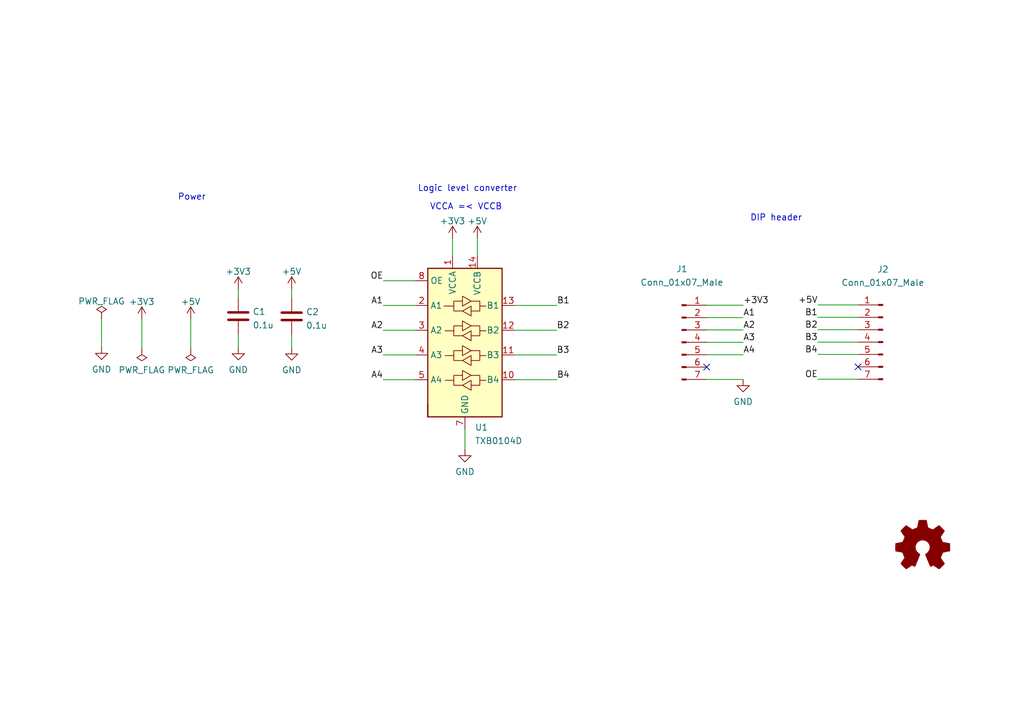
<source format=kicad_sch>
(kicad_sch (version 20211123) (generator eeschema)
  (paper "A5")
  (title_block (title "TXB0104-breakout") (date "2022-01-22") (rev "1.0") (company "sinustrom.info") (comment 1 "https://github.com/zpuskas/TXB0104-breakout") (comment 2 "Breadboard breakout") (comment 3 "Bidirectional Voltage-level Translator With Automatic Direction Sensing"))
  (lib_symbols
    (symbol "Connector:Conn_01x07_Male" (pin_names (offset 1.016) hide)
      (property "Reference" "J" (at 0 10.16 0))
      (property "Value" "Conn_01x07_Male" (at 0 -10.16 0))
      (symbol "Conn_01x07_Male_1_1"
        (polyline (pts (xy 1.27 -7.62) (xy 0.8636 -7.62)) (stroke (width 0.1524)))
        (polyline (pts (xy 1.27 -5.08) (xy 0.8636 -5.08)) (stroke (width 0.1524)))
        (polyline (pts (xy 1.27 -2.54) (xy 0.8636 -2.54)) (stroke (width 0.1524)))
        (polyline (pts (xy 1.27 0) (xy 0.8636 0)) (stroke (width 0.1524)))
        (polyline (pts (xy 1.27 2.54) (xy 0.8636 2.54)) (stroke (width 0.1524)))
        (polyline (pts (xy 1.27 5.08) (xy 0.8636 5.08)) (stroke (width 0.1524)))
        (polyline (pts (xy 1.27 7.62) (xy 0.8636 7.62)) (stroke (width 0.1524)))
        (rectangle (start 0.8636 -7.493) (end 0 -7.747) (stroke (width 0.1524)) (fill (type outline)))
        (rectangle (start 0.8636 -4.953) (end 0 -5.207) (stroke (width 0.1524)) (fill (type outline)))
        (rectangle (start 0.8636 -2.413) (end 0 -2.667) (stroke (width 0.1524)) (fill (type outline)))
        (rectangle (start 0.8636 0.127) (end 0 -0.127) (stroke (width 0.1524)) (fill (type outline)))
        (rectangle (start 0.8636 2.667) (end 0 2.413) (stroke (width 0.1524)) (fill (type outline)))
        (rectangle (start 0.8636 5.207) (end 0 4.953) (stroke (width 0.1524)) (fill (type outline)))
        (rectangle (start 0.8636 7.747) (end 0 7.493) (stroke (width 0.1524)) (fill (type outline)))
        (pin passive line (at 5.08 7.62 180) (length 3.81) (name "Pin_1") (number "1"))
        (pin passive line (at 5.08 5.08 180) (length 3.81) (name "Pin_2") (number "2"))
        (pin passive line (at 5.08 2.54 180) (length 3.81) (name "Pin_3") (number "3"))
        (pin passive line (at 5.08 0 180) (length 3.81) (name "Pin_4") (number "4"))
        (pin passive line (at 5.08 -2.54 180) (length 3.81) (name "Pin_5") (number "5"))
        (pin passive line (at 5.08 -5.08 180) (length 3.81) (name "Pin_6") (number "6"))
        (pin passive line (at 5.08 -7.62 180) (length 3.81) (name "Pin_7") (number "7"))
      )
    )
    (symbol "Device:C" (pin_numbers hide) (pin_names (offset 0.254))
      (property "Reference" "C" (at 0.635 2.54 0))
      (property "Value" "C" (at 0.635 -2.54 0))
      (symbol "C_0_1"
        (polyline (pts (xy -2.032 -0.762) (xy 2.032 -0.762)) (stroke (width 0.508)))
        (polyline (pts (xy -2.032 0.762) (xy 2.032 0.762)) (stroke (width 0.508)))
      )
      (symbol "C_1_1"
        (pin passive line (at 0 3.81 270) (length 2.794) (name "~") (number "1"))
        (pin passive line (at 0 -3.81 90) (length 2.794) (name "~") (number "2"))
      )
    )
    (symbol "Graphic:Logo_Open_Hardware_Small" (pin_names (offset 1.016))
      (symbol "Logo_Open_Hardware_Small_0_1"
        (polyline (pts (xy 3.3528 -4.3434) (xy 3.302 -4.318) (xy 3.175 -4.2418) (xy 2.9972 -4.1148) (xy 2.7686 -3.9624) (xy 2.54 -3.81) (xy 2.3622 -3.7084) (xy 2.2352 -3.6068) (xy 2.1844 -3.5814) (xy 2.159 -3.6068) (xy 2.0574 -3.6576) (xy 1.905 -3.7338) (xy 1.8034 -3.7846) (xy 1.6764 -3.8354) (xy 1.6002 -3.8354) (xy 1.6002 -3.8354) (xy 1.5494 -3.7338) (xy 1.4732 -3.5306) (xy 1.3462 -3.302) (xy 1.2446 -3.0226) (xy 1.1176 -2.7178) (xy 0.9652 -2.413) (xy 0.8636 -2.1082) (xy 0.7366 -1.8288) (xy 0.6604 -1.6256) (xy 0.6096 -1.4732) (xy 0.5842 -1.397) (xy 0.5842 -1.397) (xy 0.6604 -1.3208) (xy 0.7874 -1.2446) (xy 1.0414 -1.016) (xy 1.2954 -0.6858) (xy 1.4478 -0.3302) (xy 1.524 0.0762) (xy 1.4732 0.4572) (xy 1.3208 0.8128) (xy 1.0668 1.143) (xy 0.762 1.3716) (xy 0.4064 1.524) (xy 0 1.5748) (xy -0.381 1.5494) (xy -0.7366 1.397) (xy -1.0668 1.143) (xy -1.2192 0.9906) (xy -1.397 0.6604) (xy -1.524 0.3048) (xy -1.524 0.2286) (xy -1.4986 -0.1778) (xy -1.397 -0.5334) (xy -1.1938 -0.8636) (xy -0.9144 -1.143) (xy -0.8636 -1.1684) (xy -0.7366 -1.27) (xy -0.635 -1.3462) (xy -0.5842 -1.397) (xy -1.0668 -2.5908) (xy -1.143 -2.794) (xy -1.2954 -3.1242) (xy -1.397 -3.4036) (xy -1.4986 -3.6322) (xy -1.5748 -3.7846) (xy -1.6002 -3.8354) (xy -1.6002 -3.8354) (xy -1.651 -3.8354) (xy -1.7272 -3.81) (xy -1.905 -3.7338) (xy -2.0066 -3.683) (xy -2.1336 -3.6068) (xy -2.2098 -3.5814) (xy -2.2606 -3.6068) (xy -2.3622 -3.683) (xy -2.54 -3.81) (xy -2.7686 -3.9624) (xy -2.9718 -4.0894) (xy -3.1496 -4.2164) (xy -3.302 -4.318) (xy -3.3528 -4.3434) (xy -3.3782 -4.3434) (xy -3.429 -4.318) (xy -3.5306 -4.2164) (xy -3.7084 -4.064) (xy -3.937 -3.8354) (xy -3.9624 -3.81) (xy -4.1656 -3.6068) (xy -4.318 -3.4544) (xy -4.4196 -3.3274) (xy -4.445 -3.2766) (xy -4.445 -3.2766) (xy -4.4196 -3.2258) (xy -4.318 -3.0734) (xy -4.2164 -2.8956) (xy -4.064 -2.667) (xy -3.6576 -2.0828) (xy -3.8862 -1.5494) (xy -3.937 -1.3716) (xy -4.0386 -1.1684) (xy -4.0894 -1.0414) (xy -4.1148 -0.9652) (xy -4.191 -0.9398) (xy -4.318 -0.9144) (xy -4.5466 -0.8636) (xy -4.8006 -0.8128) (xy -5.0546 -0.7874) (xy -5.2578 -0.7366) (xy -5.4356 -0.7112) (xy -5.5118 -0.6858) (xy -5.5118 -0.6858) (xy -5.5372 -0.635) (xy -5.5372 -0.5588) (xy -5.5372 -0.4318) (xy -5.5626 -0.2286) (xy -5.5626 0.0762) (xy -5.5626 0.127) (xy -5.5372 0.4064) (xy -5.5372 0.635) (xy -5.5372 0.762) (xy -5.5372 0.8382) (xy -5.5372 0.8382) (xy -5.461 0.8382) (xy -5.3086 0.889) (xy -5.08 0.9144) (xy -4.826 0.9652) (xy -4.8006 0.9906) (xy -4.5466 1.0414) (xy -4.318 1.0668) (xy -4.1656 1.1176) (xy -4.0894 1.143) (xy -4.0894 1.143) (xy -4.0386 1.2446) (xy -3.9624 1.4224) (xy -3.8608 1.6256) (xy -3.7846 1.8288) (xy -3.7084 2.0066) (xy -3.6576 2.159) (xy -3.6322 2.2098) (xy -3.6322 2.2098) (xy -3.683 2.286) (xy -3.7592 2.413) (xy -3.8862 2.5908) (xy -4.064 2.8194) (xy -4.064 2.8448) (xy -4.2164 3.0734) (xy -4.3434 3.2512) (xy -4.4196 3.3782) (xy -4.445 3.4544) (xy -4.445 3.4544) (xy -4.3942 3.5052) (xy -4.2926 3.6322) (xy -4.1148 3.81) (xy -3.937 4.0132) (xy -3.8608 4.064) (xy -3.6576 4.2926) (xy -3.5052 4.4196) (xy -3.4036 4.4958) (xy -3.3528 4.5212) (xy -3.3528 4.5212) (xy -3.302 4.4704) (xy -3.1496 4.3688) (xy -2.9718 4.2418) (xy -2.7432 4.0894) (xy -2.7178 4.0894) (xy -2.4892 3.937) (xy -2.3114 3.81) (xy -2.1844 3.7084) (xy -2.1336 3.683) (xy -2.1082 3.683) (xy -2.032 3.7084) (xy -1.8542 3.7592) (xy -1.6764 3.8354) (xy -1.4732 3.937) (xy -1.27 4.0132) (xy -1.143 4.064) (xy -1.0668 4.1148) (xy -1.0668 4.1148) (xy -1.0414 4.191) (xy -1.016 4.3434) (xy -0.9652 4.572) (xy -0.9144 4.8514) (xy -0.889 4.9022) (xy -0.8382 5.1562) (xy -0.8128 5.3848) (xy -0.7874 5.5372) (xy -0.762 5.588) (xy -0.7112 5.6134) (xy -0.5842 5.6134) (xy -0.4064 5.6134) (xy -0.1524 5.6134) (xy 0.0762 5.6134) (xy 0.3302 5.6134) (xy 0.5334 5.6134) (xy 0.6858 5.588) (xy 0.7366 5.588) (xy 0.7366 5.588) (xy 0.762 5.5118) (xy 0.8128 5.334) (xy 0.8382 5.1054) (xy 0.9144 4.826) (xy 0.9144 4.7752) (xy 0.9652 4.5212) (xy 1.016 4.2926) (xy 1.0414 4.1402) (xy 1.0668 4.0894) (xy 1.0668 4.0894) (xy 1.1938 4.0386) (xy 1.3716 3.9624) (xy 1.5748 3.8608) (xy 2.0828 3.6576) (xy 2.7178 4.0894) (xy 2.7686 4.1402) (xy 2.9972 4.2926) (xy 3.175 4.4196) (xy 3.302 4.4958) (xy 3.3782 4.5212) (xy 3.3782 4.5212) (xy 3.429 4.4704) (xy 3.556 4.3434) (xy 3.7338 4.191) (xy 3.9116 3.9878) (xy 4.064 3.8354) (xy 4.2418 3.6576) (xy 4.3434 3.556) (xy 4.4196 3.4798) (xy 4.4196 3.429) (xy 4.4196 3.4036) (xy 4.3942 3.3274) (xy 4.2926 3.2004) (xy 4.1656 2.9972) (xy 4.0132 2.794) (xy 3.8862 2.5908) (xy 3.7592 2.3876) (xy 3.6576 2.2352) (xy 3.6322 2.159) (xy 3.6322 2.1336) (xy 3.683 2.0066) (xy 3.7592 1.8288) (xy 3.8608 1.6002) (xy 4.064 1.1176) (xy 4.3942 1.0414) (xy 4.5974 1.016) (xy 4.8768 0.9652) (xy 5.1308 0.9144) (xy 5.5372 0.8382) (xy 5.5626 -0.6604) (xy 5.4864 -0.6858) (xy 5.4356 -0.6858) (xy 5.2832 -0.7366) (xy 5.0546 -0.762) (xy 4.8006 -0.8128) (xy 4.5974 -0.8636) (xy 4.3688 -0.9144) (xy 4.2164 -0.9398) (xy 4.1402 -0.9398) (xy 4.1148 -0.9652) (xy 4.064 -1.0668) (xy 3.9878 -1.2446) (xy 3.9116 -1.4478) (xy 3.81 -1.651) (xy 3.7338 -1.8542) (xy 3.683 -2.0066) (xy 3.6576 -2.0828) (xy 3.683 -2.1336) (xy 3.7846 -2.2606) (xy 3.8862 -2.4638) (xy 4.0386 -2.667) (xy 4.191 -2.8956) (xy 4.318 -3.0734) (xy 4.3942 -3.2004) (xy 4.445 -3.2766) (xy 4.4196 -3.3274) (xy 4.3434 -3.429) (xy 4.1656 -3.5814) (xy 3.937 -3.8354) (xy 3.8862 -3.8608) (xy 3.683 -4.064) (xy 3.5306 -4.2164) (xy 3.4036 -4.318) (xy 3.3528 -4.3434)) (fill (type outline)))
      )
    )
    (symbol "Logic_LevelTranslator:TXB0104D"
      (property "Reference" "U" (at -6.35 16.51 0))
      (property "Value" "TXB0104D" (at 3.81 16.51 0))
      (symbol "TXB0104D_0_1"
        (rectangle (start -7.62 -15.24) (end -7.62 -12.7) (stroke (width 0.254)))
        (rectangle (start -7.62 15.24) (end 7.62 -15.24) (stroke (width 0.254)) (fill (type background)))
        (polyline (pts (xy -2.286 -7.747) (xy -2.286 -6.731) (xy -0.508 -6.731)))
        (polyline (pts (xy -2.286 -2.667) (xy -2.286 -1.651) (xy -0.508 -1.651)))
        (polyline (pts (xy -2.286 2.413) (xy -2.286 3.429) (xy -0.508 3.429)))
        (polyline (pts (xy -2.286 7.493) (xy -2.286 8.509) (xy -0.508 8.509)))
        (polyline (pts (xy 3.048 -7.747) (xy 3.048 -8.763) (xy 1.27 -8.763)))
        (polyline (pts (xy 3.048 -2.667) (xy 3.048 -3.683) (xy 1.27 -3.683)))
        (polyline (pts (xy 3.048 2.413) (xy 3.048 1.397) (xy 1.27 1.397)))
        (polyline (pts (xy 3.048 7.493) (xy 3.048 6.477) (xy 1.27 6.477)))
        (polyline (pts (xy -0.508 -8.763) (xy -2.286 -8.763) (xy -2.286 -7.747) (xy -4.064 -7.747)))
        (polyline (pts (xy -0.508 -8.763) (xy 1.27 -7.747) (xy 1.27 -9.779) (xy -0.508 -8.763)))
        (polyline (pts (xy -0.508 -3.683) (xy -2.286 -3.683) (xy -2.286 -2.667) (xy -4.064 -2.667)))
        (polyline (pts (xy -0.508 -3.683) (xy 1.27 -2.667) (xy 1.27 -4.699) (xy -0.508 -3.683)))
        (polyline (pts (xy -0.508 1.397) (xy -2.286 1.397) (xy -2.286 2.413) (xy -4.064 2.413)))
        (polyline (pts (xy -0.508 1.397) (xy 1.27 2.413) (xy 1.27 0.381) (xy -0.508 1.397)))
        (polyline (pts (xy -0.508 6.477) (xy -2.286 6.477) (xy -2.286 7.493) (xy -4.318 7.493)))
        (polyline (pts (xy -0.508 6.477) (xy 1.27 7.493) (xy 1.27 5.461) (xy -0.508 6.477)))
        (polyline (pts (xy 1.27 -6.731) (xy -0.508 -7.747) (xy -0.508 -5.715) (xy 1.27 -6.731)))
        (polyline (pts (xy 1.27 -6.731) (xy 3.048 -6.731) (xy 3.048 -7.747) (xy 4.318 -7.747)))
        (polyline (pts (xy 1.27 -1.651) (xy -0.508 -2.667) (xy -0.508 -0.635) (xy 1.27 -1.651)))
        (polyline (pts (xy 1.27 -1.651) (xy 3.048 -1.651) (xy 3.048 -2.667) (xy 4.318 -2.667)))
        (polyline (pts (xy 1.27 3.429) (xy -0.508 2.413) (xy -0.508 4.445) (xy 1.27 3.429)))
        (polyline (pts (xy 1.27 3.429) (xy 3.048 3.429) (xy 3.048 2.413) (xy 4.318 2.413)))
        (polyline (pts (xy 1.27 8.509) (xy -0.508 7.493) (xy -0.508 9.525) (xy 1.27 8.509)))
        (polyline (pts (xy 1.27 8.509) (xy 3.048 8.509) (xy 3.048 7.493) (xy 4.318 7.493)))
      )
      (symbol "TXB0104D_1_1"
        (pin power_in line (at -2.54 17.78 270) (length 2.54) (name "VCCA") (number "1"))
        (pin bidirectional line (at 10.16 -7.62 180) (length 2.54) (name "B4") (number "10"))
        (pin bidirectional line (at 10.16 -2.54 180) (length 2.54) (name "B3") (number "11"))
        (pin bidirectional line (at 10.16 2.54 180) (length 2.54) (name "B2") (number "12"))
        (pin bidirectional line (at 10.16 7.62 180) (length 2.54) (name "B1") (number "13"))
        (pin power_in line (at 2.54 17.78 270) (length 2.54) (name "VCCB") (number "14"))
        (pin bidirectional line (at -10.16 7.62 0) (length 2.54) (name "A1") (number "2"))
        (pin bidirectional line (at -10.16 2.54 0) (length 2.54) (name "A2") (number "3"))
        (pin bidirectional line (at -10.16 -2.54 0) (length 2.54) (name "A3") (number "4"))
        (pin bidirectional line (at -10.16 -7.62 0) (length 2.54) (name "A4") (number "5"))
        (pin no_connect line (at -10.16 -12.7 0) (length 2.54) hide (name "NC") (number "6"))
        (pin power_in line (at 0 -17.78 90) (length 2.54) (name "GND") (number "7"))
        (pin input line (at -10.16 12.7 0) (length 2.54) (name "OE") (number "8"))
        (pin no_connect line (at 10.16 -12.7 180) (length 2.54) hide (name "NC") (number "9"))
      )
    )
    (symbol "power:+3V3" (power) (pin_names (offset 0))
      (property "Value" "+3V3" (at 0 3.556 0))
      (symbol "+3V3_0_1"
        (polyline (pts (xy -0.762 1.27) (xy 0 2.54)))
        (polyline (pts (xy 0 0) (xy 0 2.54)))
        (polyline (pts (xy 0 2.54) (xy 0.762 1.27)))
      )
      (symbol "+3V3_1_1"
        (pin power_in line (at 0 0 90) (length 0) hide (name "+3V3") (number "1"))
      )
    )
    (symbol "power:+5V" (power) (pin_names (offset 0))
      (property "Value" "+5V" (at 0 3.556 0))
      (symbol "+5V_0_1"
        (polyline (pts (xy -0.762 1.27) (xy 0 2.54)))
        (polyline (pts (xy 0 0) (xy 0 2.54)))
        (polyline (pts (xy 0 2.54) (xy 0.762 1.27)))
      )
      (symbol "+5V_1_1"
        (pin power_in line (at 0 0 90) (length 0) hide (name "+5V") (number "1"))
      )
    )
    (symbol "power:GND" (power) (pin_names (offset 0))
      (property "Value" "GND" (at 0 -3.81 0))
      (symbol "GND_0_1"
        (polyline (pts (xy 0 0) (xy 0 -1.27) (xy 1.27 -1.27) (xy 0 -2.54) (xy -1.27 -1.27) (xy 0 -1.27)))
      )
      (symbol "GND_1_1"
        (pin power_in line (at 0 0 270) (length 0) hide (name "GND") (number "1"))
      )
    )
    (symbol "power:PWR_FLAG" (power) (pin_numbers hide) (pin_names (offset 0) hide)
      (property "Value" "PWR_FLAG" (at 0 3.81 0))
      (symbol "PWR_FLAG_0_0"
        (pin power_out line (at 0 0 90) (length 0) (name "pwr") (number "1"))
      )
      (symbol "PWR_FLAG_0_1"
        (polyline (pts (xy 0 0) (xy 0 1.27) (xy -1.016 1.905) (xy 0 2.54) (xy 1.016 1.905) (xy 0 1.27)))
      )
    )
  )
  (no_connect (at 175.9712 75.2856))
  (no_connect (at 144.9324 75.3364))
  (wire (pts (xy 144.9324 77.8764) (xy 152.4 77.8764)))
  (wire (pts (xy 105.5116 72.8472) (xy 114.1476 72.8472)))
  (wire (pts (xy 92.8116 48.9712) (xy 92.8116 52.5272)))
  (wire (pts (xy 59.817 71.374) (xy 59.817 68.7324)))
  (wire (pts (xy 105.5116 67.7672) (xy 114.1476 67.7672)))
  (wire (pts (xy 97.8916 48.9712) (xy 97.8916 52.5272)))
  (wire (pts (xy 167.7416 77.8256) (xy 175.9712 77.8256)))
  (wire (pts (xy 144.9324 62.6364) (xy 152.4 62.6364)))
  (wire (pts (xy 167.7416 67.6656) (xy 175.9712 67.6656)))
  (wire (pts (xy 144.9324 72.7964) (xy 152.4 72.7964)))
  (wire (pts (xy 48.8696 71.3232) (xy 48.8696 68.6816)))
  (wire (pts (xy 95.3516 92.2528) (xy 95.3516 88.0872)))
  (wire (pts (xy 78.5876 72.8472) (xy 85.1916 72.8472)))
  (wire (pts (xy 144.9324 65.1764) (xy 152.4 65.1764)))
  (wire (pts (xy 39.116 65.532) (xy 39.116 71.501)))
  (wire (pts (xy 167.7416 70.2056) (xy 175.9712 70.2056)))
  (wire (pts (xy 167.7416 72.7456) (xy 175.9712 72.7456)))
  (wire (pts (xy 20.828 65.405) (xy 20.828 71.247)))
  (wire (pts (xy 78.5876 77.9272) (xy 85.1916 77.9272)))
  (wire (pts (xy 167.7416 62.5856) (xy 175.9712 62.5856)))
  (wire (pts (xy 105.5116 62.6872) (xy 114.1984 62.6872)))
  (wire (pts (xy 29.083 65.532) (xy 29.083 71.501)))
  (wire (pts (xy 59.817 59.3344) (xy 59.817 61.1124)))
  (wire (pts (xy 78.5876 62.6872) (xy 85.1916 62.6872)))
  (wire (pts (xy 78.5876 67.7672) (xy 85.1916 67.7672)))
  (wire (pts (xy 48.8696 59.3344) (xy 48.8696 61.0616)))
  (wire (pts (xy 78.6384 57.6072) (xy 85.1916 57.6072)))
  (wire (pts (xy 144.9324 67.7164) (xy 152.4 67.7164)))
  (wire (pts (xy 167.7416 65.1256) (xy 175.9712 65.1256)))
  (wire (pts (xy 152.4 70.2564) (xy 144.9324 70.2564)))
  (wire (pts (xy 105.5116 77.9272) (xy 114.1984 77.9272)))
  (text "VCCA =< VCCB" (at 103.0224 43.2816 180) (effects (font (size 1.27 1.27)) (justify right bottom)))
  (text "Power" (at 42.2656 41.3004 180) (effects (font (size 1.27 1.27)) (justify right bottom)))
  (text "DIP header" (at 153.8224 45.5676 0) (effects (font (size 1.27 1.27)) (justify left bottom)))
  (text "Logic level converter" (at 85.6488 39.5224 0) (effects (font (size 1.27 1.27)) (justify left bottom)))
  (label "B3" (at 114.1476 72.8472 0))
  (label "B2" (at 114.1476 67.7672 0))
  (label "B3" (at 167.7416 70.2056 180))
  (label "OE" (at 167.7416 77.8256 180))
  (label "A1" (at 152.4 65.1764 0))
  (label "B1" (at 114.1984 62.6872 0))
  (label "B4" (at 167.7416 72.7456 180))
  (label "A1" (at 78.5876 62.6872 180))
  (label "B1" (at 167.7416 65.1256 180))
  (label "A4" (at 78.5876 77.9272 180))
  (label "B4" (at 114.1984 77.9272 0))
  (label "+3V3" (at 152.4 62.6364 0))
  (label "+5V" (at 167.7416 62.5856 180))
  (label "A3" (at 78.5876 72.8472 180))
  (label "A4" (at 152.4 72.7964 0))
  (label "OE" (at 78.6384 57.6072 180))
  (label "A2" (at 152.4 67.7164 0))
  (label "B2" (at 167.7416 67.6656 180))
  (label "A2" (at 78.5876 67.7672 180))
  (label "A3" (at 152.4 70.2564 0))
  (symbol (lib_id "power:+3V3") (at 48.8696 59.3344 0) (unit 1)
    (property "Reference" "#PWR0106" (effects hide))
    (property "Value" "+3V3" (at 48.8696 55.7299 0))
  )
  (symbol (lib_id "Device:C") (at 59.817 64.9224 0) (unit 1)
    (property "Reference" "C2" (at 62.738 64.0139 0) (effects (justify left)))
    (property "Value" "0.1u" (at 62.738 66.789 0) (effects (justify left)))
    (property "Footprint" "Capacitor_SMD:C_0805_2012Metric" (effects hide))
  )
  (symbol (lib_id "power:PWR_FLAG") (at 29.083 71.501 180) (unit 1)
    (property "Reference" "#FLG0102" (effects hide))
    (property "Value" "PWR_FLAG" (at 24.257 75.946 0) (effects (justify right)))
  )
  (symbol (lib_id "power:GND") (at 20.828 71.247 0) (unit 1)
    (property "Reference" "#PWR0109" (effects hide))
    (property "Value" "GND" (at 20.828 75.8095 0))
  )
  (symbol (lib_id "power:PWR_FLAG") (at 39.116 71.501 180) (unit 1)
    (property "Reference" "#FLG0103" (effects hide))
    (property "Value" "PWR_FLAG" (at 34.29 75.946 0) (effects (justify right)))
  )
  (symbol (lib_id "power:PWR_FLAG") (at 20.828 65.405 0) (unit 1)
    (property "Reference" "#FLG0101" (effects hide))
    (property "Value" "PWR_FLAG" (at 20.828 61.8292 0))
  )
  (symbol (lib_id "Graphic:Logo_Open_Hardware_Small") (at 189.23 112.395 0) (unit 1)
    (property "Reference" "#LOGO1" (effects hide))
    (property "Value" "Logo_Open_Hardware_Small" (effects hide))
  )
  (symbol (lib_id "Connector:Conn_01x07_Male") (at 181.0512 70.2056 0) (mirror y) (unit 1)
    (property "Reference" "J2" (at 179.8828 55.2704 0) (effects (justify right)))
    (property "Value" "Conn_01x07_Male" (at 172.5168 58.0136 0) (effects (justify right)))
    (property "Footprint" "Connector_PinHeader_2.54mm:PinHeader_1x07_P2.54mm_Vertical" (effects hide))
  )
  (symbol (lib_id "power:GND") (at 95.3516 92.2528 0) (unit 1)
    (property "Reference" "#PWR0101" (effects hide))
    (property "Value" "GND" (at 95.3516 96.8153 0))
  )
  (symbol (lib_id "Device:C") (at 48.8696 64.8716 0) (unit 1)
    (property "Reference" "C1" (at 51.7906 63.9631 0) (effects (justify left)))
    (property "Value" "0.1u" (at 51.7906 66.7382 0) (effects (justify left)))
    (property "Footprint" "Capacitor_SMD:C_0805_2012Metric" (effects hide))
  )
  (symbol (lib_id "power:+3V3") (at 92.8116 48.9712 0) (unit 1)
    (property "Reference" "#PWR0105" (effects hide))
    (property "Value" "+3V3" (at 92.8116 45.3667 0))
  )
  (symbol (lib_id "power:GND") (at 48.8696 71.3232 0) (unit 1)
    (property "Reference" "#PWR0103" (effects hide))
    (property "Value" "GND" (at 48.8696 75.8857 0))
  )
  (symbol (lib_id "Logic_LevelTranslator:TXB0104D") (at 95.3516 70.3072 0) (unit 1)
    (property "Reference" "U1" (at 97.371 87.6967 0) (effects (justify left)))
    (property "Value" "TXB0104D" (at 97.371 90.4718 0) (effects (justify left)))
    (property "Footprint" "Package_SO:SOIC-14_3.9x8.7mm_P1.27mm" (effects hide))
    (property "Datasheet" "http://www.ti.com/lit/ds/symlink/txb0104.pdf" (effects hide))
  )
  (symbol (lib_id "power:GND") (at 59.817 71.374 0) (unit 1)
    (property "Reference" "#PWR0102" (effects hide))
    (property "Value" "GND" (at 59.817 75.9365 0))
  )
  (symbol (lib_id "Connector:Conn_01x07_Male") (at 139.8524 70.2564 0) (unit 1)
    (property "Reference" "J1" (at 139.8524 55.1877 0))
    (property "Value" "Conn_01x07_Male" (at 139.8524 57.9628 0))
    (property "Footprint" "Connector_PinHeader_2.54mm:PinHeader_1x07_P2.54mm_Vertical" (effects hide))
  )
  (symbol (lib_id "power:GND") (at 152.4 77.8764 0) (unit 1)
    (property "Reference" "#PWR0108" (effects hide))
    (property "Value" "GND" (at 152.4 82.4389 0))
  )
  (symbol (lib_id "power:+3V3") (at 29.083 65.532 0) (unit 1)
    (property "Reference" "#PWR0110" (effects hide))
    (property "Value" "+3V3" (at 29.083 61.9275 0))
  )
  (symbol (lib_id "power:+5V") (at 97.8916 48.9712 0) (unit 1)
    (property "Reference" "#PWR0104" (effects hide))
    (property "Value" "+5V" (at 97.8916 45.3954 0))
  )
  (symbol (lib_id "power:+5V") (at 59.817 59.3344 0) (unit 1)
    (property "Reference" "#PWR0107" (effects hide))
    (property "Value" "+5V" (at 59.817 55.7299 0))
  )
  (symbol (lib_id "power:+5V") (at 39.116 65.532 0) (unit 1)
    (property "Reference" "#PWR0111" (effects hide))
    (property "Value" "+5V" (at 39.116 61.9275 0))
  )
)
</source>
